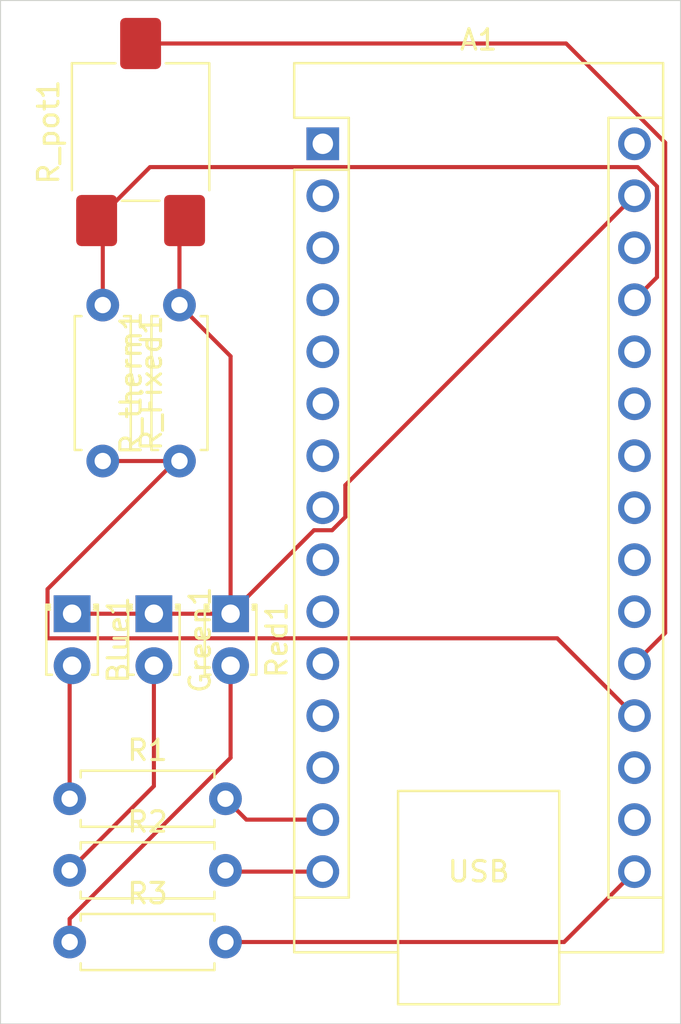
<source format=kicad_pcb>
(kicad_pcb (version 20241229) (generator "pcbnew") (generator_version "9.0")
  (layers (0 "F.Cu" signal) (2 "B.Cu" signal) (13 "F.Paste" user) (15 "B.Paste" user) (5 "F.SilkS" user "F.Silkscreen") (7 "B.SilkS" user "B.Silkscreen") (1 "F.Mask" user) (3 "B.Mask" user) (25 "Edge.Cuts" user))
  (net 0 "")
  (net 2 "Net-(A1-+5V)")
  (net 9 "Net-(A1-D13)")
  (net 18 "Net-(A1-A0)")
  (net 23 "Net-(A1-D12)")
  (net 24 "Net-(A1-A1)")
  (net 26 "Net-(A1-D11)")
  (net 30 "Net-(Blue1-A)")
  (net 31 "Net-(Green1-A)")
  (net 32 "Net-(Red1-A)")
  (net 33 "Net-(Blue1-K)")
  (footprint "Module:Arduino_Nano" (layer "F.Cu") (at 82.26 32.5)
    (property "Reference" "A1" (at 7.62 -5.08 0) (layer "F.SilkS"))
    (property "Value" "Arduino_Nano_v3.x")
    (fp_line (start -1.4 -3.94) (end -1.4 -1.27) (stroke (width 0.12)) (layer "F.SilkS"))
    (fp_line (start -1.4 1.27) (end -1.4 39.5) (stroke (width 0.12)) (layer "F.SilkS"))
    (fp_line (start -1.4 39.5) (end 3.68 39.5) (stroke (width 0.12)) (layer "F.SilkS"))
    (fp_line (start 1.27 -1.27) (end -1.4 -1.27) (stroke (width 0.12)) (layer "F.SilkS"))
    (fp_line (start 1.27 1.27) (end -1.4 1.27) (stroke (width 0.12)) (layer "F.SilkS"))
    (fp_line (start 1.27 1.27) (end 1.27 -1.27) (stroke (width 0.12)) (layer "F.SilkS"))
    (fp_line (start 1.27 1.27) (end 1.27 36.83) (stroke (width 0.12)) (layer "F.SilkS"))
    (fp_line (start 1.27 36.83) (end -1.4 36.83) (stroke (width 0.12)) (layer "F.SilkS"))
    (fp_line (start 3.68 31.62) (end 11.56 31.62) (stroke (width 0.12)) (layer "F.SilkS"))
    (fp_line (start 3.68 42.04) (end 3.68 31.62) (stroke (width 0.12)) (layer "F.SilkS"))
    (fp_line (start 11.56 31.62) (end 11.56 42.04) (stroke (width 0.12)) (layer "F.SilkS"))
    (fp_line (start 11.56 42.04) (end 3.68 42.04) (stroke (width 0.12)) (layer "F.SilkS"))
    (fp_line (start 13.97 -1.27) (end 13.97 36.83) (stroke (width 0.12)) (layer "F.SilkS"))
    (fp_line (start 13.97 -1.27) (end 16.64 -1.27) (stroke (width 0.12)) (layer "F.SilkS"))
    (fp_line (start 13.97 36.83) (end 16.64 36.83) (stroke (width 0.12)) (layer "F.SilkS"))
    (fp_line (start 16.64 -3.94) (end -1.4 -3.94) (stroke (width 0.12)) (layer "F.SilkS"))
    (fp_line (start 16.64 39.5) (end 11.56 39.5) (stroke (width 0.12)) (layer "F.SilkS"))
    (fp_line (start 16.64 39.5) (end 16.64 -3.94) (stroke (width 0.12)) (layer "F.SilkS"))
    (fp_text user "USB" (at 7.62 35.56 0) (layer "F.SilkS"))
    (pad "1" thru_hole rect (at 0 0) (size 1.6 1.6) (drill 1) (layers "*.Cu" "*.Mask"))
    (pad "2" thru_hole oval (at 0 2.54) (size 1.6 1.6) (drill 1) (layers "*.Cu" "*.Mask"))
    (pad "3" thru_hole oval (at 0 5.08) (size 1.6 1.6) (drill 1) (layers "*.Cu" "*.Mask"))
    (pad "4" thru_hole oval (at 0 7.62) (size 1.6 1.6) (drill 1) (layers "*.Cu" "*.Mask"))
    (pad "5" thru_hole oval (at 0 10.16) (size 1.6 1.6) (drill 1) (layers "*.Cu" "*.Mask"))
    (pad "6" thru_hole oval (at 0 12.7) (size 1.6 1.6) (drill 1) (layers "*.Cu" "*.Mask"))
    (pad "7" thru_hole oval (at 0 15.24) (size 1.6 1.6) (drill 1) (layers "*.Cu" "*.Mask"))
    (pad "8" thru_hole oval (at 0 17.78) (size 1.6 1.6) (drill 1) (layers "*.Cu" "*.Mask"))
    (pad "9" thru_hole oval (at 0 20.32) (size 1.6 1.6) (drill 1) (layers "*.Cu" "*.Mask"))
    (pad "10" thru_hole oval (at 0 22.86) (size 1.6 1.6) (drill 1) (layers "*.Cu" "*.Mask"))
    (pad "11" thru_hole oval (at 0 25.4) (size 1.6 1.6) (drill 1) (layers "*.Cu" "*.Mask"))
    (pad "12" thru_hole oval (at 0 27.94) (size 1.6 1.6) (drill 1) (layers "*.Cu" "*.Mask"))
    (pad "13" thru_hole oval (at 0 30.48) (size 1.6 1.6) (drill 1) (layers "*.Cu" "*.Mask"))
    (pad "14" thru_hole oval (at 0 33.02) (size 1.6 1.6) (drill 1) (layers "*.Cu" "*.Mask") (net 26 "Net-(A1-D11)"))
    (pad "15" thru_hole oval (at 0 35.56) (size 1.6 1.6) (drill 1) (layers "*.Cu" "*.Mask") (net 23 "Net-(A1-D12)"))
    (pad "16" thru_hole oval (at 15.24 35.56) (size 1.6 1.6) (drill 1) (layers "*.Cu" "*.Mask") (net 9 "Net-(A1-D13)"))
    (pad "17" thru_hole oval (at 15.24 33.02) (size 1.6 1.6) (drill 1) (layers "*.Cu" "*.Mask"))
    (pad "18" thru_hole oval (at 15.24 30.48) (size 1.6 1.6) (drill 1) (layers "*.Cu" "*.Mask"))
    (pad "19" thru_hole oval (at 15.24 27.94) (size 1.6 1.6) (drill 1) (layers "*.Cu" "*.Mask") (net 18 "Net-(A1-A0)"))
    (pad "20" thru_hole oval (at 15.24 25.4) (size 1.6 1.6) (drill 1) (layers "*.Cu" "*.Mask") (net 24 "Net-(A1-A1)"))
    (pad "21" thru_hole oval (at 15.24 22.86) (size 1.6 1.6) (drill 1) (layers "*.Cu" "*.Mask"))
    (pad "22" thru_hole oval (at 15.24 20.32) (size 1.6 1.6) (drill 1) (layers "*.Cu" "*.Mask"))
    (pad "23" thru_hole oval (at 15.24 17.78) (size 1.6 1.6) (drill 1) (layers "*.Cu" "*.Mask"))
    (pad "24" thru_hole oval (at 15.24 15.24) (size 1.6 1.6) (drill 1) (layers "*.Cu" "*.Mask"))
    (pad "25" thru_hole oval (at 15.24 12.7) (size 1.6 1.6) (drill 1) (layers "*.Cu" "*.Mask"))
    (pad "26" thru_hole oval (at 15.24 10.16) (size 1.6 1.6) (drill 1) (layers "*.Cu" "*.Mask"))
    (pad "27" thru_hole oval (at 15.24 7.62) (size 1.6 1.6) (drill 1) (layers "*.Cu" "*.Mask") (net 2 "Net-(A1-+5V)"))
    (pad "28" thru_hole oval (at 15.24 5.08) (size 1.6 1.6) (drill 1) (layers "*.Cu" "*.Mask"))
    (pad "29" thru_hole oval (at 15.24 2.54) (size 1.6 1.6) (drill 1) (layers "*.Cu" "*.Mask") (net 33 "Net-(Blue1-K)"))
    (pad "30" thru_hole oval (at 15.24 0) (size 1.6 1.6) (drill 1) (layers "*.Cu" "*.Mask"))
  )
  (footprint "Resistor_THT:R_Axial_DIN0207_L6.3mm_D2.5mm_P7.62mm_Horizontal" (layer "F.Cu") (at 69.88 64.5)
    (property "Reference" "R1" (at 3.81 -2.37 0) (layer "F.SilkS"))
    (property "Value" "330Ω")
    (fp_line (start 0.54 -1.37) (end 7.08 -1.37) (stroke (width 0.12)) (layer "F.SilkS"))
    (fp_line (start 0.54 -1.04) (end 0.54 -1.37) (stroke (width 0.12)) (layer "F.SilkS"))
    (fp_line (start 0.54 1.04) (end 0.54 1.37) (stroke (width 0.12)) (layer "F.SilkS"))
    (fp_line (start 0.54 1.37) (end 7.08 1.37) (stroke (width 0.12)) (layer "F.SilkS"))
    (fp_line (start 7.08 -1.37) (end 7.08 -1.04) (stroke (width 0.12)) (layer "F.SilkS"))
    (fp_line (start 7.08 1.37) (end 7.08 1.04) (stroke (width 0.12)) (layer "F.SilkS"))
    (pad "1" thru_hole circle (at 0 0) (size 1.6 1.6) (drill 0.8) (layers "*.Cu" "*.Mask") (net 30 "Net-(Blue1-A)"))
    (pad "2" thru_hole oval (at 7.62 0) (size 1.6 1.6) (drill 0.8) (layers "*.Cu" "*.Mask") (net 26 "Net-(A1-D11)"))
  )
  (footprint "Potentiometer_SMD:Potentiometer_ACP_CA6-VSMD_Vertical" (layer "F.Cu") (at 73.35 31.925 90)
    (property "Reference" "R_pot1" (at 0 -4.5 90) (layer "F.SilkS"))
    (property "Value" "10kΩ")
    (fp_line (start 3.36 -3.36) (end 3.36 -1.23) (stroke (width 0.12)) (layer "F.SilkS"))
    (fp_line (start -2.845 -3.36) (end 3.36 -3.36) (stroke (width 0.12)) (layer "F.SilkS"))
    (fp_line (start -3.36 -0.92) (end -3.36 0.92) (stroke (width 0.12)) (layer "F.SilkS"))
    (fp_line (start 3.36 1.23) (end 3.36 3.36) (stroke (width 0.12)) (layer "F.SilkS"))
    (fp_line (start -2.845 3.36) (end 3.36 3.36) (stroke (width 0.12)) (layer "F.SilkS"))
    (pad "1" smd roundrect (at -4.325 2.15 90) (size 2.5 2) (layers "F.Cu" "F.Mask" "F.Paste") (roundrect_rratio 0.125) (net 33 "Net-(Blue1-K)"))
    (pad "2" smd roundrect (at 4.325 0 90) (size 2.5 2) (layers "F.Cu" "F.Mask" "F.Paste") (roundrect_rratio 0.125) (net 24 "Net-(A1-A1)"))
    (pad "3" smd roundrect (at -4.325 -2.15 90) (size 2.5 2) (layers "F.Cu" "F.Mask" "F.Paste") (roundrect_rratio 0.125) (net 2 "Net-(A1-+5V)"))
  )
  (footprint "Resistor_THT:R_Axial_DIN0207_L6.3mm_D2.5mm_P7.62mm_Horizontal" (layer "F.Cu") (at 69.88 71.5)
    (property "Reference" "R3" (at 3.81 -2.37 0) (layer "F.SilkS"))
    (property "Value" "330Ω")
    (fp_line (start 0.54 -1.37) (end 7.08 -1.37) (stroke (width 0.12)) (layer "F.SilkS"))
    (fp_line (start 0.54 -1.04) (end 0.54 -1.37) (stroke (width 0.12)) (layer "F.SilkS"))
    (fp_line (start 0.54 1.04) (end 0.54 1.37) (stroke (width 0.12)) (layer "F.SilkS"))
    (fp_line (start 0.54 1.37) (end 7.08 1.37) (stroke (width 0.12)) (layer "F.SilkS"))
    (fp_line (start 7.08 -1.37) (end 7.08 -1.04) (stroke (width 0.12)) (layer "F.SilkS"))
    (fp_line (start 7.08 1.37) (end 7.08 1.04) (stroke (width 0.12)) (layer "F.SilkS"))
    (pad "1" thru_hole circle (at 0 0) (size 1.6 1.6) (drill 0.8) (layers "*.Cu" "*.Mask") (net 32 "Net-(Red1-A)"))
    (pad "2" thru_hole oval (at 7.62 0) (size 1.6 1.6) (drill 0.8) (layers "*.Cu" "*.Mask") (net 9 "Net-(A1-D13)"))
  )
  (footprint "Resistor_THT:R_Axial_DIN0207_L6.3mm_D2.5mm_P7.62mm_Horizontal" (layer "F.Cu") (at 71.5 40.38 -90)
    (property "Reference" "R_Fixed1" (at 3.81 -2.37 90) (layer "F.SilkS"))
    (property "Value" "10kΩ")
    (fp_line (start 0.54 1.37) (end 7.08 1.37) (stroke (width 0.12)) (layer "F.SilkS"))
    (fp_line (start 7.08 1.37) (end 7.08 1.04) (stroke (width 0.12)) (layer "F.SilkS"))
    (fp_line (start 0.54 1.04) (end 0.54 1.37) (stroke (width 0.12)) (layer "F.SilkS"))
    (fp_line (start 0.54 -1.04) (end 0.54 -1.37) (stroke (width 0.12)) (layer "F.SilkS"))
    (fp_line (start 0.54 -1.37) (end 7.08 -1.37) (stroke (width 0.12)) (layer "F.SilkS"))
    (fp_line (start 7.08 -1.37) (end 7.08 -1.04) (stroke (width 0.12)) (layer "F.SilkS"))
    (pad "1" thru_hole circle (at 0 0 270) (size 1.6 1.6) (drill 0.8) (layers "*.Cu" "*.Mask") (net 2 "Net-(A1-+5V)"))
    (pad "2" thru_hole oval (at 7.62 0 270) (size 1.6 1.6) (drill 0.8) (layers "*.Cu" "*.Mask") (net 18 "Net-(A1-A0)"))
  )
  (footprint "LED_THT:LED_D1.8mm_W3.3mm_H2.4mm" (layer "F.Cu") (at 74 55.46 -90)
    (property "Reference" "Green1" (at 1.27 -2.26 90) (layer "F.SilkS"))
    (property "Value" "22mA")
    (fp_line (start -0.44 1.26) (end 2.98 1.26) (stroke (width 0.12)) (layer "F.SilkS"))
    (fp_line (start -0.44 1.08) (end -0.44 1.26) (stroke (width 0.12)) (layer "F.SilkS"))
    (fp_line (start -0.32 1.08) (end -0.32 1.26) (stroke (width 0.12)) (layer "F.SilkS"))
    (fp_line (start -0.2 1.08) (end -0.2 1.26) (stroke (width 0.12)) (layer "F.SilkS"))
    (fp_line (start 2.98 0.986) (end 2.98 1.26) (stroke (width 0.12)) (layer "F.SilkS"))
    (fp_line (start -0.44 -1.26) (end -0.44 -1.08) (stroke (width 0.12)) (layer "F.SilkS"))
    (fp_line (start -0.44 -1.26) (end 2.98 -1.26) (stroke (width 0.12)) (layer "F.SilkS"))
    (fp_line (start -0.32 -1.26) (end -0.32 -1.08) (stroke (width 0.12)) (layer "F.SilkS"))
    (fp_line (start -0.2 -1.26) (end -0.2 -1.08) (stroke (width 0.12)) (layer "F.SilkS"))
    (fp_line (start 2.98 -1.26) (end 2.98 -0.986) (stroke (width 0.12)) (layer "F.SilkS"))
    (pad "1" thru_hole rect (at 0 0 270) (size 1.8 1.8) (drill 0.9) (layers "*.Cu" "*.Mask") (net 33 "Net-(Blue1-K)"))
    (pad "2" thru_hole circle (at 2.54 0 270) (size 1.8 1.8) (drill 0.9) (layers "*.Cu" "*.Mask") (net 31 "Net-(Green1-A)"))
  )
  (footprint "LED_THT:LED_D1.8mm_W3.3mm_H2.4mm" (layer "F.Cu") (at 77.75 55.46 -90)
    (property "Reference" "Red1" (at 1.27 -2.26 90) (layer "F.SilkS"))
    (property "Value" "22mA")
    (fp_line (start -0.44 1.26) (end 2.98 1.26) (stroke (width 0.12)) (layer "F.SilkS"))
    (fp_line (start -0.44 1.08) (end -0.44 1.26) (stroke (width 0.12)) (layer "F.SilkS"))
    (fp_line (start -0.32 1.08) (end -0.32 1.26) (stroke (width 0.12)) (layer "F.SilkS"))
    (fp_line (start -0.2 1.08) (end -0.2 1.26) (stroke (width 0.12)) (layer "F.SilkS"))
    (fp_line (start 2.98 0.986) (end 2.98 1.26) (stroke (width 0.12)) (layer "F.SilkS"))
    (fp_line (start -0.44 -1.26) (end -0.44 -1.08) (stroke (width 0.12)) (layer "F.SilkS"))
    (fp_line (start -0.44 -1.26) (end 2.98 -1.26) (stroke (width 0.12)) (layer "F.SilkS"))
    (fp_line (start -0.32 -1.26) (end -0.32 -1.08) (stroke (width 0.12)) (layer "F.SilkS"))
    (fp_line (start -0.2 -1.26) (end -0.2 -1.08) (stroke (width 0.12)) (layer "F.SilkS"))
    (fp_line (start 2.98 -1.26) (end 2.98 -0.986) (stroke (width 0.12)) (layer "F.SilkS"))
    (pad "1" thru_hole rect (at 0 0 270) (size 1.8 1.8) (drill 0.9) (layers "*.Cu" "*.Mask") (net 33 "Net-(Blue1-K)"))
    (pad "2" thru_hole circle (at 2.54 0 270) (size 1.8 1.8) (drill 0.9) (layers "*.Cu" "*.Mask") (net 32 "Net-(Red1-A)"))
  )
  (footprint "Resistor_THT:R_Axial_DIN0207_L6.3mm_D2.5mm_P7.62mm_Horizontal" (layer "F.Cu") (at 75.25 48 90)
    (property "Reference" "R_therm1" (at 3.81 -2.37 90) (layer "F.SilkS"))
    (property "Value" "10kΩ")
    (fp_line (start 7.08 -1.37) (end 7.08 -1.04) (stroke (width 0.12)) (layer "F.SilkS"))
    (fp_line (start 0.54 -1.37) (end 7.08 -1.37) (stroke (width 0.12)) (layer "F.SilkS"))
    (fp_line (start 0.54 -1.04) (end 0.54 -1.37) (stroke (width 0.12)) (layer "F.SilkS"))
    (fp_line (start 0.54 1.04) (end 0.54 1.37) (stroke (width 0.12)) (layer "F.SilkS"))
    (fp_line (start 7.08 1.37) (end 7.08 1.04) (stroke (width 0.12)) (layer "F.SilkS"))
    (fp_line (start 0.54 1.37) (end 7.08 1.37) (stroke (width 0.12)) (layer "F.SilkS"))
    (pad "1" thru_hole circle (at 0 0 90) (size 1.6 1.6) (drill 0.8) (layers "*.Cu" "*.Mask") (net 18 "Net-(A1-A0)"))
    (pad "2" thru_hole oval (at 7.62 0 90) (size 1.6 1.6) (drill 0.8) (layers "*.Cu" "*.Mask") (net 33 "Net-(Blue1-K)"))
  )
  (footprint "Resistor_THT:R_Axial_DIN0207_L6.3mm_D2.5mm_P7.62mm_Horizontal" (layer "F.Cu") (at 69.88 68)
    (property "Reference" "R2" (at 3.81 -2.37 0) (layer "F.SilkS"))
    (property "Value" "330Ω")
    (fp_line (start 0.54 -1.37) (end 7.08 -1.37) (stroke (width 0.12)) (layer "F.SilkS"))
    (fp_line (start 0.54 -1.04) (end 0.54 -1.37) (stroke (width 0.12)) (layer "F.SilkS"))
    (fp_line (start 0.54 1.04) (end 0.54 1.37) (stroke (width 0.12)) (layer "F.SilkS"))
    (fp_line (start 0.54 1.37) (end 7.08 1.37) (stroke (width 0.12)) (layer "F.SilkS"))
    (fp_line (start 7.08 -1.37) (end 7.08 -1.04) (stroke (width 0.12)) (layer "F.SilkS"))
    (fp_line (start 7.08 1.37) (end 7.08 1.04) (stroke (width 0.12)) (layer "F.SilkS"))
    (pad "1" thru_hole circle (at 0 0) (size 1.6 1.6) (drill 0.8) (layers "*.Cu" "*.Mask") (net 31 "Net-(Green1-A)"))
    (pad "2" thru_hole oval (at 7.62 0) (size 1.6 1.6) (drill 0.8) (layers "*.Cu" "*.Mask") (net 23 "Net-(A1-D12)"))
  )
  (footprint "LED_THT:LED_D1.8mm_W3.3mm_H2.4mm" (layer "F.Cu") (at 70 55.46 -90)
    (property "Reference" "Blue1" (at 1.27 -2.26 90) (layer "F.SilkS"))
    (property "Value" "22mA")
    (fp_line (start -0.44 1.26) (end 2.98 1.26) (stroke (width 0.12)) (layer "F.SilkS"))
    (fp_line (start -0.44 1.08) (end -0.44 1.26) (stroke (width 0.12)) (layer "F.SilkS"))
    (fp_line (start -0.32 1.08) (end -0.32 1.26) (stroke (width 0.12)) (layer "F.SilkS"))
    (fp_line (start -0.2 1.08) (end -0.2 1.26) (stroke (width 0.12)) (layer "F.SilkS"))
    (fp_line (start 2.98 0.986) (end 2.98 1.26) (stroke (width 0.12)) (layer "F.SilkS"))
    (fp_line (start -0.44 -1.26) (end -0.44 -1.08) (stroke (width 0.12)) (layer "F.SilkS"))
    (fp_line (start -0.44 -1.26) (end 2.98 -1.26) (stroke (width 0.12)) (layer "F.SilkS"))
    (fp_line (start -0.32 -1.26) (end -0.32 -1.08) (stroke (width 0.12)) (layer "F.SilkS"))
    (fp_line (start -0.2 -1.26) (end -0.2 -1.08) (stroke (width 0.12)) (layer "F.SilkS"))
    (fp_line (start 2.98 -1.26) (end 2.98 -0.986) (stroke (width 0.12)) (layer "F.SilkS"))
    (pad "1" thru_hole rect (at 0 0 270) (size 1.8 1.8) (drill 0.9) (layers "*.Cu" "*.Mask") (net 33 "Net-(Blue1-K)"))
    (pad "2" thru_hole circle (at 2.54 0 270) (size 1.8 1.8) (drill 0.9) (layers "*.Cu" "*.Mask") (net 30 "Net-(Blue1-A)"))
  )
  (gr_rect (start 66.5 25.5) (end 99.75 75.5) (stroke (width 0.05)) (fill no) (layer "Edge.Cuts"))
  (segment (start 97.5 40.12) (end 98.601 39.019) (width 0.2) (layer "F.Cu") (net 2))
  (segment (start 98.601 34.58395) (end 97.65605 33.639) (width 0.2) (layer "F.Cu") (net 2))
  (segment (start 97.65605 33.639) (end 73.811 33.639) (width 0.2) (layer "F.Cu") (net 2))
  (segment (start 98.601 39.019) (end 98.601 34.58395) (width 0.2) (layer "F.Cu") (net 2))
  (segment (start 71.5 36.55) (end 71.2 36.25) (width 0.2) (layer "F.Cu") (net 2))
  (segment (start 71.5 40.38) (end 71.5 36.55) (width 0.2) (layer "F.Cu") (net 2))
  (segment (start 73.811 33.639) (end 71.2 36.25) (width 0.2) (layer "F.Cu") (net 2))
  (segment (start 97.5 68.06) (end 94.06 71.5) (width 0.2) (layer "F.Cu") (net 9))
  (segment (start 94.06 71.5) (end 77.5 71.5) (width 0.2) (layer "F.Cu") (net 9))
  (segment (start 75.058 48) (end 68.799 54.259) (width 0.2) (layer "F.Cu") (net 18))
  (segment (start 68.799 56.661) (end 93.721 56.661) (width 0.2) (layer "F.Cu") (net 18))
  (segment (start 68.799 54.259) (end 68.799 56.661) (width 0.2) (layer "F.Cu") (net 18))
  (segment (start 71.44 47.94) (end 71.5 48) (width 0.2) (layer "F.Cu") (net 18))
  (segment (start 93.721 56.661) (end 97.5 60.44) (width 0.2) (layer "F.Cu") (net 18))
  (segment (start 71.5 48) (end 75.25 48) (width 0.2) (layer "F.Cu") (net 18))
  (segment (start 75.25 48) (end 75.058 48) (width 0.2) (layer "F.Cu") (net 18))
  (segment (start 77.56 68.06) (end 77.5 68) (width 0.2) (layer "F.Cu") (net 23))
  (segment (start 82.26 68.06) (end 77.56 68.06) (width 0.2) (layer "F.Cu") (net 23))
  (segment (start 73.35 27.6) (end 94.15705 27.6) (width 0.2) (layer "F.Cu") (net 24))
  (segment (start 99.002 56.398) (end 97.5 57.9) (width 0.2) (layer "F.Cu") (net 24))
  (segment (start 99.002 32.44495) (end 99.002 56.398) (width 0.2) (layer "F.Cu") (net 24))
  (segment (start 94.15705 27.6) (end 99.002 32.44495) (width 0.2) (layer "F.Cu") (net 24))
  (segment (start 78.52 65.52) (end 77.5 64.5) (width 0.2) (layer "F.Cu") (net 26))
  (segment (start 82.26 65.52) (end 78.52 65.52) (width 0.2) (layer "F.Cu") (net 26))
  (segment (start 69.88 58.12) (end 70 58) (width 0.2) (layer "F.Cu") (net 30))
  (segment (start 69.88 64.5) (end 69.88 58.12) (width 0.2) (layer "F.Cu") (net 30))
  (segment (start 69.88 68) (end 74 63.88) (width 0.2) (layer "F.Cu") (net 31))
  (segment (start 74 63.88) (end 74 58) (width 0.2) (layer "F.Cu") (net 31))
  (segment (start 69.88 71.5) (end 69.88 70.36863) (width 0.2) (layer "F.Cu") (net 32))
  (segment (start 69.88 70.36863) (end 77.75 62.49863) (width 0.2) (layer "F.Cu") (net 32))
  (segment (start 77.75 62.49863) (end 77.75 58) (width 0.2) (layer "F.Cu") (net 32))
  (segment (start 77.75 55.46) (end 81.829 51.381) (width 0.2) (layer "F.Cu") (net 33))
  (segment (start 75.25 40.38) (end 77.75 42.88) (width 0.2) (layer "F.Cu") (net 33))
  (segment (start 82.71605 51.381) (end 83.361 50.73605) (width 0.2) (layer "F.Cu") (net 33))
  (segment (start 75.25 40.38) (end 75.25 36.5) (width 0.2) (layer "F.Cu") (net 33))
  (segment (start 81.829 51.381) (end 82.71605 51.381) (width 0.2) (layer "F.Cu") (net 33))
  (segment (start 77.75 42.88) (end 77.75 55.46) (width 0.2) (layer "F.Cu") (net 33))
  (segment (start 74 55.46) (end 77.75 55.46) (width 0.2) (layer "F.Cu") (net 33))
  (segment (start 70 55.46) (end 74 55.46) (width 0.2) (layer "F.Cu") (net 33))
  (segment (start 83.361 50.73605) (end 83.361 49.179) (width 0.2) (layer "F.Cu") (net 33))
  (segment (start 83.361 49.179) (end 97.5 35.04) (width 0.2) (layer "F.Cu") (net 33))
  (segment (start 75.25 36.5) (end 75.5 36.25) (width 0.2) (layer "F.Cu") (net 33))
)
</source>
